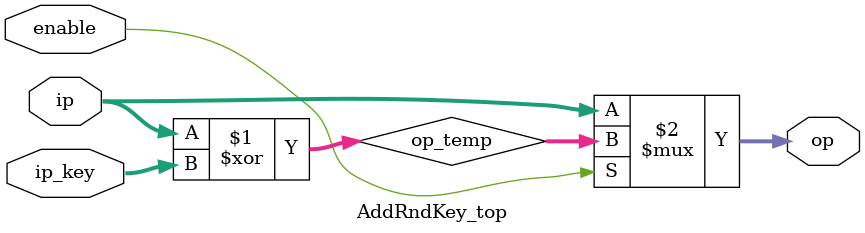
<source format=v>
module AddRndKey_top(
input [127:0] ip,
input [127:0] ip_key,
input enable,
output [127:0] op
);
////enter your code here
// XOR bitwise for key and input
wire [127:0]op_temp;

assign op_temp = ip ^ ip_key;

assign op = enable ? op_temp : ip;
endmodule

</source>
